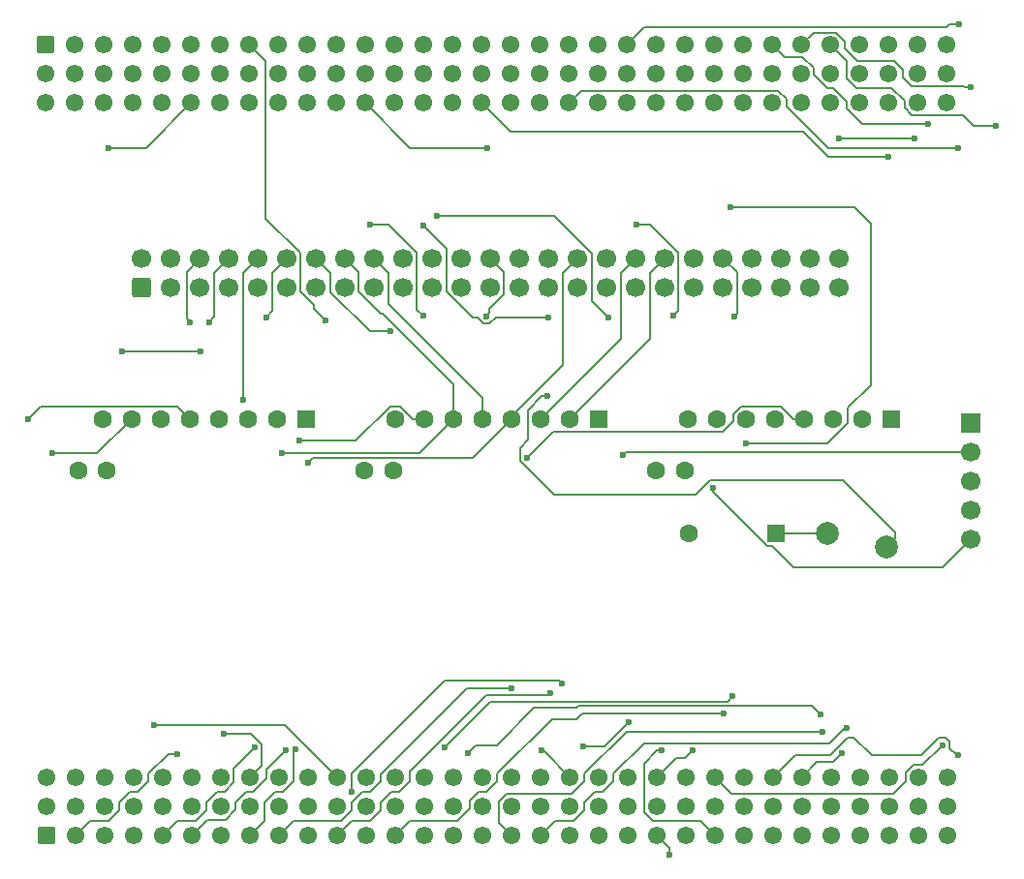
<source format=gbr>
%TF.GenerationSoftware,KiCad,Pcbnew,9.0.6*%
%TF.CreationDate,2025-12-23T22:05:24+01:00*%
%TF.ProjectId,MVME712M_P2_Adapter,4d564d45-3731-4324-9d5f-50325f416461,rev?*%
%TF.SameCoordinates,Original*%
%TF.FileFunction,Copper,L1,Top*%
%TF.FilePolarity,Positive*%
%FSLAX46Y46*%
G04 Gerber Fmt 4.6, Leading zero omitted, Abs format (unit mm)*
G04 Created by KiCad (PCBNEW 9.0.6) date 2025-12-23 22:05:24*
%MOMM*%
%LPD*%
G01*
G04 APERTURE LIST*
G04 Aperture macros list*
%AMRoundRect*
0 Rectangle with rounded corners*
0 $1 Rounding radius*
0 $2 $3 $4 $5 $6 $7 $8 $9 X,Y pos of 4 corners*
0 Add a 4 corners polygon primitive as box body*
4,1,4,$2,$3,$4,$5,$6,$7,$8,$9,$2,$3,0*
0 Add four circle primitives for the rounded corners*
1,1,$1+$1,$2,$3*
1,1,$1+$1,$4,$5*
1,1,$1+$1,$6,$7*
1,1,$1+$1,$8,$9*
0 Add four rect primitives between the rounded corners*
20,1,$1+$1,$2,$3,$4,$5,0*
20,1,$1+$1,$4,$5,$6,$7,0*
20,1,$1+$1,$6,$7,$8,$9,0*
20,1,$1+$1,$8,$9,$2,$3,0*%
G04 Aperture macros list end*
%TA.AperFunction,ComponentPad*%
%ADD10RoundRect,0.250000X0.600000X-0.600000X0.600000X0.600000X-0.600000X0.600000X-0.600000X-0.600000X0*%
%TD*%
%TA.AperFunction,ComponentPad*%
%ADD11C,1.700000*%
%TD*%
%TA.AperFunction,ComponentPad*%
%ADD12C,2.010000*%
%TD*%
%TA.AperFunction,ComponentPad*%
%ADD13C,1.600000*%
%TD*%
%TA.AperFunction,ComponentPad*%
%ADD14R,1.600000X1.600000*%
%TD*%
%TA.AperFunction,ComponentPad*%
%ADD15R,1.700000X1.700000*%
%TD*%
%TA.AperFunction,ComponentPad*%
%ADD16RoundRect,0.250000X0.550000X0.550000X-0.550000X0.550000X-0.550000X-0.550000X0.550000X-0.550000X0*%
%TD*%
%TA.AperFunction,ComponentPad*%
%ADD17RoundRect,0.249999X-0.525001X-0.525001X0.525001X-0.525001X0.525001X0.525001X-0.525001X0.525001X0*%
%TD*%
%TA.AperFunction,ComponentPad*%
%ADD18C,1.550000*%
%TD*%
%TA.AperFunction,ComponentPad*%
%ADD19RoundRect,0.249999X-0.525001X0.525001X-0.525001X-0.525001X0.525001X-0.525001X0.525001X0.525001X0*%
%TD*%
%TA.AperFunction,ViaPad*%
%ADD20C,0.600000*%
%TD*%
%TA.AperFunction,Conductor*%
%ADD21C,0.200000*%
%TD*%
G04 APERTURE END LIST*
D10*
%TO.P,J3,1,Pin_1*%
%TO.N,GND*%
X54040000Y-60500000D03*
D11*
%TO.P,J3,2,Pin_2*%
%TO.N,DB0*%
X54040000Y-57960000D03*
%TO.P,J3,3,Pin_3*%
%TO.N,GND*%
X56580000Y-60500000D03*
%TO.P,J3,4,Pin_4*%
%TO.N,DB1*%
X56580000Y-57960000D03*
%TO.P,J3,5,Pin_5*%
%TO.N,GND*%
X59120000Y-60500000D03*
%TO.P,J3,6,Pin_6*%
%TO.N,DB2*%
X59120000Y-57960000D03*
%TO.P,J3,7,Pin_7*%
%TO.N,GND*%
X61660000Y-60500000D03*
%TO.P,J3,8,Pin_8*%
%TO.N,DB3*%
X61660000Y-57960000D03*
%TO.P,J3,9,Pin_9*%
%TO.N,GND*%
X64200000Y-60500000D03*
%TO.P,J3,10,Pin_10*%
%TO.N,DB4*%
X64200000Y-57960000D03*
%TO.P,J3,11,Pin_11*%
%TO.N,GND*%
X66740000Y-60500000D03*
%TO.P,J3,12,Pin_12*%
%TO.N,DB5*%
X66740000Y-57960000D03*
%TO.P,J3,13,Pin_13*%
%TO.N,GND*%
X69280000Y-60500000D03*
%TO.P,J3,14,Pin_14*%
%TO.N,DB6*%
X69280000Y-57960000D03*
%TO.P,J3,15,Pin_15*%
%TO.N,GND*%
X71820000Y-60500000D03*
%TO.P,J3,16,Pin_16*%
%TO.N,DB7*%
X71820000Y-57960000D03*
%TO.P,J3,17,Pin_17*%
%TO.N,GND*%
X74360000Y-60500000D03*
%TO.P,J3,18,Pin_18*%
%TO.N,DBP*%
X74360000Y-57960000D03*
%TO.P,J3,19,Pin_19*%
%TO.N,GND*%
X76900000Y-60500000D03*
%TO.P,J3,20,Pin_20*%
X76900000Y-57960000D03*
%TO.P,J3,21,Pin_21*%
X79440000Y-60500000D03*
%TO.P,J3,22,Pin_22*%
X79440000Y-57960000D03*
%TO.P,J3,23,Pin_23*%
X81980000Y-60500000D03*
%TO.P,J3,24,Pin_24*%
X81980000Y-57960000D03*
%TO.P,J3,25,Pin_25*%
%TO.N,unconnected-(J3-Pin_25-Pad25)*%
X84520000Y-60500000D03*
%TO.P,J3,26,Pin_26*%
%TO.N,TERMPWR*%
X84520000Y-57960000D03*
%TO.P,J3,27,Pin_27*%
%TO.N,GND*%
X87060000Y-60500000D03*
%TO.P,J3,28,Pin_28*%
X87060000Y-57960000D03*
%TO.P,J3,29,Pin_29*%
X89600000Y-60500000D03*
%TO.P,J3,30,Pin_30*%
X89600000Y-57960000D03*
%TO.P,J3,31,Pin_31*%
X92140000Y-60500000D03*
%TO.P,J3,32,Pin_32*%
%TO.N,ATN*%
X92140000Y-57960000D03*
%TO.P,J3,33,Pin_33*%
%TO.N,GND*%
X94680000Y-60500000D03*
%TO.P,J3,34,Pin_34*%
X94680000Y-57960000D03*
%TO.P,J3,35,Pin_35*%
X97220000Y-60500000D03*
%TO.P,J3,36,Pin_36*%
%TO.N,BSY*%
X97220000Y-57960000D03*
%TO.P,J3,37,Pin_37*%
%TO.N,GND*%
X99760000Y-60500000D03*
%TO.P,J3,38,Pin_38*%
%TO.N,ACK*%
X99760000Y-57960000D03*
%TO.P,J3,39,Pin_39*%
%TO.N,GND*%
X102300000Y-60500000D03*
%TO.P,J3,40,Pin_40*%
%TO.N,RST*%
X102300000Y-57960000D03*
%TO.P,J3,41,Pin_41*%
%TO.N,GND*%
X104840000Y-60500000D03*
%TO.P,J3,42,Pin_42*%
%TO.N,MSG*%
X104840000Y-57960000D03*
%TO.P,J3,43,Pin_43*%
%TO.N,GND*%
X107380000Y-60500000D03*
%TO.P,J3,44,Pin_44*%
%TO.N,SEL*%
X107380000Y-57960000D03*
%TO.P,J3,45,Pin_45*%
%TO.N,GND*%
X109920000Y-60500000D03*
%TO.P,J3,46,Pin_46*%
%TO.N,D{slash}C*%
X109920000Y-57960000D03*
%TO.P,J3,47,Pin_47*%
%TO.N,GND*%
X112460000Y-60500000D03*
%TO.P,J3,48,Pin_48*%
%TO.N,REQ*%
X112460000Y-57960000D03*
%TO.P,J3,49,Pin_49*%
%TO.N,GND*%
X115000000Y-60500000D03*
%TO.P,J3,50,Pin_50*%
%TO.N,O{slash}I*%
X115000000Y-57960000D03*
%TD*%
D12*
%TO.P,F1,1*%
%TO.N,DPWR*%
X114000000Y-82000000D03*
%TO.P,F1,2*%
%TO.N,TERMPWR*%
X119100000Y-83200000D03*
%TD*%
D13*
%TO.P,C2,1*%
%TO.N,DPWR*%
X76000000Y-76500000D03*
%TO.P,C2,2*%
%TO.N,GND*%
X73500000Y-76500000D03*
%TD*%
D14*
%TO.P,RN2,1,COM1*%
%TO.N,GND*%
X93987000Y-72000000D03*
D13*
%TO.P,RN2,2,R1*%
%TO.N,ACK*%
X91447000Y-72000000D03*
%TO.P,RN2,3,R2*%
%TO.N,BSY*%
X88907000Y-72000000D03*
%TO.P,RN2,4,R3*%
%TO.N,ATN*%
X86367000Y-72000000D03*
%TO.P,RN2,5,R4*%
%TO.N,DBP*%
X83827000Y-72000000D03*
%TO.P,RN2,6,R5*%
%TO.N,DB7*%
X81287000Y-72000000D03*
%TO.P,RN2,7,R6*%
%TO.N,DB6*%
X78747000Y-72000000D03*
%TO.P,RN2,8,COM2*%
%TO.N,DPWR*%
X76207000Y-72000000D03*
%TD*%
%TO.P,C1,1*%
%TO.N,DPWR*%
X51000000Y-76500000D03*
%TO.P,C1,2*%
%TO.N,GND*%
X48500000Y-76500000D03*
%TD*%
%TO.P,C3,1*%
%TO.N,DPWR*%
X101500000Y-76500000D03*
%TO.P,C3,2*%
%TO.N,GND*%
X99000000Y-76500000D03*
%TD*%
D15*
%TO.P,J1,1,Pin_1*%
%TO.N,GND*%
X126500000Y-72340000D03*
D11*
%TO.P,J1,2,Pin_2*%
%TO.N,TXD1*%
X126500000Y-74880000D03*
%TO.P,J1,3,Pin_3*%
%TO.N,RXD1*%
X126500000Y-77420000D03*
%TO.P,J1,4,Pin_4*%
%TO.N,CTS1*%
X126500000Y-79960000D03*
%TO.P,J1,5,Pin_5*%
%TO.N,RTS1*%
X126500000Y-82500000D03*
%TD*%
D14*
%TO.P,RN1,1,COM1*%
%TO.N,GND*%
X119577000Y-72000000D03*
D13*
%TO.P,RN1,2,R1*%
%TO.N,O{slash}I*%
X117037000Y-72000000D03*
%TO.P,RN1,3,R2*%
%TO.N,REQ*%
X114497000Y-72000000D03*
%TO.P,RN1,4,R3*%
%TO.N,D{slash}C*%
X111957000Y-72000000D03*
%TO.P,RN1,5,R4*%
%TO.N,SEL*%
X109417000Y-72000000D03*
%TO.P,RN1,6,R5*%
%TO.N,MSG*%
X106877000Y-72000000D03*
%TO.P,RN1,7,R6*%
%TO.N,RST*%
X104337000Y-72000000D03*
%TO.P,RN1,8,COM2*%
%TO.N,DPWR*%
X101797000Y-72000000D03*
%TD*%
D14*
%TO.P,RN3,1,COM1*%
%TO.N,GND*%
X68397000Y-72000000D03*
D13*
%TO.P,RN3,2,R1*%
%TO.N,DB5*%
X65857000Y-72000000D03*
%TO.P,RN3,3,R2*%
%TO.N,DB4*%
X63317000Y-72000000D03*
%TO.P,RN3,4,R3*%
%TO.N,DB3*%
X60777000Y-72000000D03*
%TO.P,RN3,5,R4*%
%TO.N,DB2*%
X58237000Y-72000000D03*
%TO.P,RN3,6,R5*%
%TO.N,DB1*%
X55697000Y-72000000D03*
%TO.P,RN3,7,R6*%
%TO.N,DB0*%
X53157000Y-72000000D03*
%TO.P,RN3,8,COM2*%
%TO.N,DPWR*%
X50617000Y-72000000D03*
%TD*%
D16*
%TO.P,D1,1,K*%
%TO.N,DPWR*%
X109500000Y-82000000D03*
D13*
%TO.P,D1,2,A*%
%TO.N,VCC*%
X101880000Y-82000000D03*
%TD*%
D17*
%TO.P,P2,a1,Pin_a1*%
%TO.N,DB0*%
X45727000Y-108396000D03*
D18*
%TO.P,P2,a2,Pin_a2*%
%TO.N,DB1*%
X48267000Y-108396000D03*
%TO.P,P2,a3,Pin_a3*%
%TO.N,DB2*%
X50807000Y-108396000D03*
%TO.P,P2,a4,Pin_a4*%
%TO.N,DB3*%
X53347000Y-108396000D03*
%TO.P,P2,a5,Pin_a5*%
%TO.N,DB4*%
X55887000Y-108396000D03*
%TO.P,P2,a6,Pin_a6*%
%TO.N,DB5*%
X58427000Y-108396000D03*
%TO.P,P2,a7,Pin_a7*%
%TO.N,DB6*%
X60967000Y-108396000D03*
%TO.P,P2,a8,Pin_a8*%
%TO.N,DB7*%
X63507000Y-108396000D03*
%TO.P,P2,a9,Pin_a9*%
%TO.N,DBP*%
X66047000Y-108396000D03*
%TO.P,P2,a10,Pin_a10*%
%TO.N,ATN*%
X68587000Y-108396000D03*
%TO.P,P2,a11,Pin_a11*%
%TO.N,BSY*%
X71127000Y-108396000D03*
%TO.P,P2,a12,Pin_a12*%
%TO.N,ACK*%
X73667000Y-108396000D03*
%TO.P,P2,a13,Pin_a13*%
%TO.N,RST*%
X76207000Y-108396000D03*
%TO.P,P2,a14,Pin_a14*%
%TO.N,MSG*%
X78747000Y-108396000D03*
%TO.P,P2,a15,Pin_a15*%
%TO.N,SEL*%
X81287000Y-108396000D03*
%TO.P,P2,a16,Pin_a16*%
%TO.N,D{slash}C*%
X83827000Y-108396000D03*
%TO.P,P2,a17,Pin_a17*%
%TO.N,REQ*%
X86367000Y-108396000D03*
%TO.P,P2,a18,Pin_a18*%
%TO.N,O{slash}I*%
X88907000Y-108396000D03*
%TO.P,P2,a19,Pin_a19*%
%TO.N,TXD3*%
X91447000Y-108396000D03*
%TO.P,P2,a20,Pin_a20*%
%TO.N,RXD3*%
X93987000Y-108396000D03*
%TO.P,P2,a21,Pin_a21*%
%TO.N,RTS3*%
X96527000Y-108396000D03*
%TO.P,P2,a22,Pin_a22*%
%TO.N,CTS3*%
X99067000Y-108396000D03*
%TO.P,P2,a23,Pin_a23*%
%TO.N,DTR3*%
X101607000Y-108396000D03*
%TO.P,P2,a24,Pin_a24*%
%TO.N,DCD3*%
X104147000Y-108396000D03*
%TO.P,P2,a25,Pin_a25*%
%TO.N,TXD4*%
X106687000Y-108396000D03*
%TO.P,P2,a26,Pin_a26*%
%TO.N,RXD4*%
X109227000Y-108396000D03*
%TO.P,P2,a27,Pin_a27*%
%TO.N,RTS4*%
X111767000Y-108396000D03*
%TO.P,P2,a28,Pin_a28*%
%TO.N,TRXC4*%
X114307000Y-108396000D03*
%TO.P,P2,a29,Pin_a29*%
%TO.N,CTS4*%
X116847000Y-108396000D03*
%TO.P,P2,a30,Pin_a30*%
%TO.N,DTR4*%
X119387000Y-108396000D03*
%TO.P,P2,a31,Pin_a31*%
%TO.N,DCD4*%
X121927000Y-108396000D03*
%TO.P,P2,a32,Pin_a32*%
%TO.N,RTXC4*%
X124467000Y-108396000D03*
%TO.P,P2,b1,Pin_b1*%
%TO.N,VCC*%
X45727000Y-105856000D03*
%TO.P,P2,b2,Pin_b2*%
%TO.N,GND*%
X48267000Y-105856000D03*
%TO.P,P2,b3,Pin_b3*%
%TO.N,unconnected-(P2B-Pin_b3-Padb3)*%
X50807000Y-105856000D03*
%TO.P,P2,b4,Pin_b4*%
%TO.N,unconnected-(P2B-Pin_b4-Padb4)*%
X53347000Y-105856000D03*
%TO.P,P2,b5,Pin_b5*%
%TO.N,unconnected-(P2B-Pin_b5-Padb5)*%
X55887000Y-105856000D03*
%TO.P,P2,b6,Pin_b6*%
%TO.N,unconnected-(P2B-Pin_b6-Padb6)*%
X58427000Y-105856000D03*
%TO.P,P2,b7,Pin_b7*%
%TO.N,unconnected-(P2B-Pin_b7-Padb7)*%
X60967000Y-105856000D03*
%TO.P,P2,b8,Pin_b8*%
%TO.N,unconnected-(P2B-Pin_b8-Padb8)*%
X63507000Y-105856000D03*
%TO.P,P2,b9,Pin_b9*%
%TO.N,unconnected-(P2B-Pin_b9-Padb9)*%
X66047000Y-105856000D03*
%TO.P,P2,b10,Pin_b10*%
%TO.N,unconnected-(P2B-Pin_b10-Padb10)*%
X68587000Y-105856000D03*
%TO.P,P2,b11,Pin_b11*%
%TO.N,unconnected-(P2B-Pin_b11-Padb11)*%
X71127000Y-105856000D03*
%TO.P,P2,b12,Pin_b12*%
%TO.N,GND*%
X73667000Y-105856000D03*
%TO.P,P2,b13,Pin_b13*%
%TO.N,VCC*%
X76207000Y-105856000D03*
%TO.P,P2,b14,Pin_b14*%
%TO.N,unconnected-(P2B-Pin_b14-Padb14)*%
X78747000Y-105856000D03*
%TO.P,P2,b15,Pin_b15*%
%TO.N,unconnected-(P2B-Pin_b15-Padb15)*%
X81287000Y-105856000D03*
%TO.P,P2,b16,Pin_b16*%
%TO.N,unconnected-(P2B-Pin_b16-Padb16)*%
X83827000Y-105856000D03*
%TO.P,P2,b17,Pin_b17*%
%TO.N,unconnected-(P2B-Pin_b17-Padb17)*%
X86367000Y-105856000D03*
%TO.P,P2,b18,Pin_b18*%
%TO.N,unconnected-(P2B-Pin_b18-Padb18)*%
X88907000Y-105856000D03*
%TO.P,P2,b19,Pin_b19*%
%TO.N,unconnected-(P2B-Pin_b19-Padb19)*%
X91447000Y-105856000D03*
%TO.P,P2,b20,Pin_b20*%
%TO.N,unconnected-(P2B-Pin_b20-Padb20)*%
X93987000Y-105856000D03*
%TO.P,P2,b21,Pin_b21*%
%TO.N,unconnected-(P2B-Pin_b21-Padb21)*%
X96527000Y-105856000D03*
%TO.P,P2,b22,Pin_b22*%
%TO.N,GND*%
X99067000Y-105856000D03*
%TO.P,P2,b23,Pin_b23*%
%TO.N,unconnected-(P2B-Pin_b23-Padb23)*%
X101607000Y-105856000D03*
%TO.P,P2,b24,Pin_b24*%
%TO.N,unconnected-(P2B-Pin_b24-Padb24)*%
X104147000Y-105856000D03*
%TO.P,P2,b25,Pin_b25*%
%TO.N,unconnected-(P2B-Pin_b25-Padb25)*%
X106687000Y-105856000D03*
%TO.P,P2,b26,Pin_b26*%
%TO.N,unconnected-(P2B-Pin_b26-Padb26)*%
X109227000Y-105856000D03*
%TO.P,P2,b27,Pin_b27*%
%TO.N,unconnected-(P2B-Pin_b27-Padb27)*%
X111767000Y-105856000D03*
%TO.P,P2,b28,Pin_b28*%
%TO.N,unconnected-(P2B-Pin_b28-Padb28)*%
X114307000Y-105856000D03*
%TO.P,P2,b29,Pin_b29*%
%TO.N,unconnected-(P2B-Pin_b29-Padb29)*%
X116847000Y-105856000D03*
%TO.P,P2,b30,Pin_b30*%
%TO.N,unconnected-(P2B-Pin_b30-Padb30)*%
X119387000Y-105856000D03*
%TO.P,P2,b31,Pin_b31*%
%TO.N,GND*%
X121927000Y-105856000D03*
%TO.P,P2,b32,Pin_b32*%
%TO.N,VCC*%
X124467000Y-105856000D03*
%TO.P,P2,c1,Pin_c1*%
%TO.N,C-*%
X45727000Y-103316000D03*
%TO.P,P2,c2,Pin_c2*%
%TO.N,C+*%
X48267000Y-103316000D03*
%TO.P,P2,c3,Pin_c3*%
%TO.N,T-*%
X50807000Y-103316000D03*
%TO.P,P2,c4,Pin_c4*%
%TO.N,T+*%
X53347000Y-103316000D03*
%TO.P,P2,c5,Pin_c5*%
%TO.N,R-*%
X55887000Y-103316000D03*
%TO.P,P2,c6,Pin_c6*%
%TO.N,R+*%
X58427000Y-103316000D03*
%TO.P,P2,c7,Pin_c7*%
%TO.N,+12VF*%
X60967000Y-103316000D03*
%TO.P,P2,c8,Pin_c8*%
%TO.N,PRSTB*%
X63507000Y-103316000D03*
%TO.P,P2,c9,Pin_c9*%
%TO.N,PRD0*%
X66047000Y-103316000D03*
%TO.P,P2,c10,Pin_c10*%
%TO.N,PRD1*%
X68587000Y-103316000D03*
%TO.P,P2,c11,Pin_c11*%
%TO.N,PRD2*%
X71127000Y-103316000D03*
%TO.P,P2,c12,Pin_c12*%
%TO.N,PRD3*%
X73667000Y-103316000D03*
%TO.P,P2,c13,Pin_c13*%
%TO.N,PRD4*%
X76207000Y-103316000D03*
%TO.P,P2,c14,Pin_c14*%
%TO.N,PRD5*%
X78747000Y-103316000D03*
%TO.P,P2,c15,Pin_c15*%
%TO.N,PRD6*%
X81287000Y-103316000D03*
%TO.P,P2,c16,Pin_c16*%
%TO.N,PRD7*%
X83827000Y-103316000D03*
%TO.P,P2,c17,Pin_c17*%
%TO.N,PRACK*%
X86367000Y-103316000D03*
%TO.P,P2,c18,Pin_c18*%
%TO.N,PRBSY*%
X88907000Y-103316000D03*
%TO.P,P2,c19,Pin_c19*%
%TO.N,PRPE*%
X91447000Y-103316000D03*
%TO.P,P2,c20,Pin_c20*%
%TO.N,PRSEL*%
X93987000Y-103316000D03*
%TO.P,P2,c21,Pin_c21*%
%TO.N,INPRIME*%
X96527000Y-103316000D03*
%TO.P,P2,c22,Pin_c22*%
%TO.N,PRFAULT*%
X99067000Y-103316000D03*
%TO.P,P2,c23,Pin_c23*%
%TO.N,TXD1*%
X101607000Y-103316000D03*
%TO.P,P2,c24,Pin_c24*%
%TO.N,RXD1*%
X104147000Y-103316000D03*
%TO.P,P2,c25,Pin_c25*%
%TO.N,RTS1*%
X106687000Y-103316000D03*
%TO.P,P2,c26,Pin_c26*%
%TO.N,CTS1*%
X109227000Y-103316000D03*
%TO.P,P2,c27,Pin_c27*%
%TO.N,TXD2*%
X111767000Y-103316000D03*
%TO.P,P2,c28,Pin_c28*%
%TO.N,RXD2*%
X114307000Y-103316000D03*
%TO.P,P2,c29,Pin_c29*%
%TO.N,RTS2*%
X116847000Y-103316000D03*
%TO.P,P2,c30,Pin_c30*%
%TO.N,CTS2*%
X119387000Y-103316000D03*
%TO.P,P2,c31,Pin_c31*%
%TO.N,DTR2*%
X121927000Y-103316000D03*
%TO.P,P2,c32,Pin_c32*%
%TO.N,DCD2*%
X124467000Y-103316000D03*
%TD*%
D19*
%TO.P,J2,a1,Pin_a1*%
%TO.N,C-*%
X45630000Y-39260000D03*
D18*
%TO.P,J2,a2,Pin_a2*%
%TO.N,T-*%
X48170000Y-39260000D03*
%TO.P,J2,a3,Pin_a3*%
%TO.N,R-*%
X50710000Y-39260000D03*
%TO.P,J2,a4,Pin_a4*%
%TO.N,+12VF*%
X53250000Y-39260000D03*
%TO.P,J2,a5,Pin_a5*%
%TO.N,GND*%
X55790000Y-39260000D03*
%TO.P,J2,a6,Pin_a6*%
%TO.N,PRD1*%
X58330000Y-39260000D03*
%TO.P,J2,a7,Pin_a7*%
%TO.N,PRD3*%
X60870000Y-39260000D03*
%TO.P,J2,a8,Pin_a8*%
%TO.N,PRD5*%
X63410000Y-39260000D03*
%TO.P,J2,a9,Pin_a9*%
%TO.N,PRD7*%
X65950000Y-39260000D03*
%TO.P,J2,a10,Pin_a10*%
%TO.N,PRACK*%
X68490000Y-39260000D03*
%TO.P,J2,a11,Pin_a11*%
%TO.N,PRBSY*%
X71030000Y-39260000D03*
%TO.P,J2,a12,Pin_a12*%
%TO.N,PRSEL*%
X73570000Y-39260000D03*
%TO.P,J2,a13,Pin_a13*%
%TO.N,PRFAULT*%
X76110000Y-39260000D03*
%TO.P,J2,a14,Pin_a14*%
%TO.N,TXD3*%
X78650000Y-39260000D03*
%TO.P,J2,a15,Pin_a15*%
%TO.N,RXD3*%
X81190000Y-39260000D03*
%TO.P,J2,a16,Pin_a16*%
%TO.N,RTS3*%
X83730000Y-39260000D03*
%TO.P,J2,a17,Pin_a17*%
%TO.N,DTR3*%
X86270000Y-39260000D03*
%TO.P,J2,a18,Pin_a18*%
%TO.N,GND*%
X88810000Y-39260000D03*
%TO.P,J2,a19,Pin_a19*%
X91350000Y-39260000D03*
%TO.P,J2,a20,Pin_a20*%
X93890000Y-39260000D03*
%TO.P,J2,a21,Pin_a21*%
%TO.N,CTS1*%
X96430000Y-39260000D03*
%TO.P,J2,a22,Pin_a22*%
%TO.N,TXD4*%
X98970000Y-39260000D03*
%TO.P,J2,a23,Pin_a23*%
%TO.N,RXD4*%
X101510000Y-39260000D03*
%TO.P,J2,a24,Pin_a24*%
%TO.N,RTS4*%
X104050000Y-39260000D03*
%TO.P,J2,a25,Pin_a25*%
%TO.N,TRXC4*%
X106590000Y-39260000D03*
%TO.P,J2,a26,Pin_a26*%
%TO.N,CTS4*%
X109130000Y-39260000D03*
%TO.P,J2,a27,Pin_a27*%
%TO.N,DCD4*%
X111670000Y-39260000D03*
%TO.P,J2,a28,Pin_a28*%
%TO.N,RTXC4*%
X114210000Y-39260000D03*
%TO.P,J2,a29,Pin_a29*%
%TO.N,TXD2*%
X116750000Y-39260000D03*
%TO.P,J2,a30,Pin_a30*%
%TO.N,RXD2*%
X119290000Y-39260000D03*
%TO.P,J2,a31,Pin_a31*%
%TO.N,RTS2*%
X121830000Y-39260000D03*
%TO.P,J2,a32,Pin_a32*%
%TO.N,DTR2*%
X124370000Y-39260000D03*
%TO.P,J2,b1,Pin_b1*%
%TO.N,unconnected-(J2B-Pin_b1-Padb1)*%
X45630000Y-41800000D03*
%TO.P,J2,b2,Pin_b2*%
%TO.N,unconnected-(J2B-Pin_b2-Padb2)*%
X48170000Y-41800000D03*
%TO.P,J2,b3,Pin_b3*%
%TO.N,unconnected-(J2B-Pin_b3-Padb3)*%
X50710000Y-41800000D03*
%TO.P,J2,b4,Pin_b4*%
%TO.N,unconnected-(J2B-Pin_b4-Padb4)*%
X53250000Y-41800000D03*
%TO.P,J2,b5,Pin_b5*%
%TO.N,unconnected-(J2B-Pin_b5-Padb5)*%
X55790000Y-41800000D03*
%TO.P,J2,b6,Pin_b6*%
%TO.N,unconnected-(J2B-Pin_b6-Padb6)*%
X58330000Y-41800000D03*
%TO.P,J2,b7,Pin_b7*%
%TO.N,unconnected-(J2B-Pin_b7-Padb7)*%
X60870000Y-41800000D03*
%TO.P,J2,b8,Pin_b8*%
%TO.N,unconnected-(J2B-Pin_b8-Padb8)*%
X63410000Y-41800000D03*
%TO.P,J2,b9,Pin_b9*%
%TO.N,unconnected-(J2B-Pin_b9-Padb9)*%
X65950000Y-41800000D03*
%TO.P,J2,b10,Pin_b10*%
%TO.N,unconnected-(J2B-Pin_b10-Padb10)*%
X68490000Y-41800000D03*
%TO.P,J2,b11,Pin_b11*%
%TO.N,unconnected-(J2B-Pin_b11-Padb11)*%
X71030000Y-41800000D03*
%TO.P,J2,b12,Pin_b12*%
%TO.N,unconnected-(J2B-Pin_b12-Padb12)*%
X73570000Y-41800000D03*
%TO.P,J2,b13,Pin_b13*%
%TO.N,unconnected-(J2B-Pin_b13-Padb13)*%
X76110000Y-41800000D03*
%TO.P,J2,b14,Pin_b14*%
%TO.N,unconnected-(J2B-Pin_b14-Padb14)*%
X78650000Y-41800000D03*
%TO.P,J2,b15,Pin_b15*%
%TO.N,unconnected-(J2B-Pin_b15-Padb15)*%
X81190000Y-41800000D03*
%TO.P,J2,b16,Pin_b16*%
%TO.N,unconnected-(J2B-Pin_b16-Padb16)*%
X83730000Y-41800000D03*
%TO.P,J2,b17,Pin_b17*%
%TO.N,unconnected-(J2B-Pin_b17-Padb17)*%
X86270000Y-41800000D03*
%TO.P,J2,b18,Pin_b18*%
%TO.N,unconnected-(J2B-Pin_b18-Padb18)*%
X88810000Y-41800000D03*
%TO.P,J2,b19,Pin_b19*%
%TO.N,unconnected-(J2B-Pin_b19-Padb19)*%
X91350000Y-41800000D03*
%TO.P,J2,b20,Pin_b20*%
%TO.N,unconnected-(J2B-Pin_b20-Padb20)*%
X93890000Y-41800000D03*
%TO.P,J2,b21,Pin_b21*%
%TO.N,unconnected-(J2B-Pin_b21-Padb21)*%
X96430000Y-41800000D03*
%TO.P,J2,b22,Pin_b22*%
%TO.N,unconnected-(J2B-Pin_b22-Padb22)*%
X98970000Y-41800000D03*
%TO.P,J2,b23,Pin_b23*%
%TO.N,unconnected-(J2B-Pin_b23-Padb23)*%
X101510000Y-41800000D03*
%TO.P,J2,b24,Pin_b24*%
%TO.N,unconnected-(J2B-Pin_b24-Padb24)*%
X104050000Y-41800000D03*
%TO.P,J2,b25,Pin_b25*%
%TO.N,unconnected-(J2B-Pin_b25-Padb25)*%
X106590000Y-41800000D03*
%TO.P,J2,b26,Pin_b26*%
%TO.N,unconnected-(J2B-Pin_b26-Padb26)*%
X109130000Y-41800000D03*
%TO.P,J2,b27,Pin_b27*%
%TO.N,unconnected-(J2B-Pin_b27-Padb27)*%
X111670000Y-41800000D03*
%TO.P,J2,b28,Pin_b28*%
%TO.N,unconnected-(J2B-Pin_b28-Padb28)*%
X114210000Y-41800000D03*
%TO.P,J2,b29,Pin_b29*%
%TO.N,unconnected-(J2B-Pin_b29-Padb29)*%
X116750000Y-41800000D03*
%TO.P,J2,b30,Pin_b30*%
%TO.N,unconnected-(J2B-Pin_b30-Padb30)*%
X119290000Y-41800000D03*
%TO.P,J2,b31,Pin_b31*%
%TO.N,unconnected-(J2B-Pin_b31-Padb31)*%
X121830000Y-41800000D03*
%TO.P,J2,b32,Pin_b32*%
%TO.N,unconnected-(J2B-Pin_b32-Padb32)*%
X124370000Y-41800000D03*
%TO.P,J2,c1,Pin_c1*%
%TO.N,C+*%
X45630000Y-44340000D03*
%TO.P,J2,c2,Pin_c2*%
%TO.N,T+*%
X48170000Y-44340000D03*
%TO.P,J2,c3,Pin_c3*%
%TO.N,R+*%
X50710000Y-44340000D03*
%TO.P,J2,c4,Pin_c4*%
%TO.N,PRSTB*%
X53250000Y-44340000D03*
%TO.P,J2,c5,Pin_c5*%
%TO.N,PRD0*%
X55790000Y-44340000D03*
%TO.P,J2,c6,Pin_c6*%
%TO.N,PRD2*%
X58330000Y-44340000D03*
%TO.P,J2,c7,Pin_c7*%
%TO.N,PRD4*%
X60870000Y-44340000D03*
%TO.P,J2,c8,Pin_c8*%
%TO.N,PRD6*%
X63410000Y-44340000D03*
%TO.P,J2,c9,Pin_c9*%
%TO.N,GND*%
X65950000Y-44340000D03*
%TO.P,J2,c10,Pin_c10*%
X68490000Y-44340000D03*
%TO.P,J2,c11,Pin_c11*%
%TO.N,PRPE*%
X71030000Y-44340000D03*
%TO.P,J2,c12,Pin_c12*%
%TO.N,INPRIME*%
X73570000Y-44340000D03*
%TO.P,J2,c13,Pin_c13*%
%TO.N,GND*%
X76110000Y-44340000D03*
%TO.P,J2,c14,Pin_c14*%
X78650000Y-44340000D03*
%TO.P,J2,c15,Pin_c15*%
X81190000Y-44340000D03*
%TO.P,J2,c16,Pin_c16*%
%TO.N,CTS3*%
X83730000Y-44340000D03*
%TO.P,J2,c17,Pin_c17*%
%TO.N,DCD3*%
X86270000Y-44340000D03*
%TO.P,J2,c18,Pin_c18*%
%TO.N,TXD1*%
X88810000Y-44340000D03*
%TO.P,J2,c19,Pin_c19*%
%TO.N,RXD1*%
X91350000Y-44340000D03*
%TO.P,J2,c20,Pin_c20*%
%TO.N,RTS1*%
X93890000Y-44340000D03*
%TO.P,J2,c21,Pin_c21*%
%TO.N,GND*%
X96430000Y-44340000D03*
%TO.P,J2,c22,Pin_c22*%
X98970000Y-44340000D03*
%TO.P,J2,c23,Pin_c23*%
X101510000Y-44340000D03*
%TO.P,J2,c24,Pin_c24*%
X104050000Y-44340000D03*
%TO.P,J2,c25,Pin_c25*%
X106590000Y-44340000D03*
%TO.P,J2,c26,Pin_c26*%
%TO.N,DTR4*%
X109130000Y-44340000D03*
%TO.P,J2,c27,Pin_c27*%
%TO.N,GND*%
X111670000Y-44340000D03*
%TO.P,J2,c28,Pin_c28*%
X114210000Y-44340000D03*
%TO.P,J2,c29,Pin_c29*%
X116750000Y-44340000D03*
%TO.P,J2,c30,Pin_c30*%
X119290000Y-44340000D03*
%TO.P,J2,c31,Pin_c31*%
%TO.N,CTS2*%
X121830000Y-44340000D03*
%TO.P,J2,c32,Pin_c32*%
%TO.N,DCD2*%
X124370000Y-44340000D03*
%TD*%
D20*
%TO.N,TERMPWR*%
X89500000Y-70000000D03*
X84175400Y-63000000D03*
%TO.N,INPRIME*%
X84211100Y-48266000D03*
%TO.N,CTS3*%
X100179800Y-110092500D03*
X119306200Y-49058600D03*
%TO.N,DCD4*%
X126500000Y-43000000D03*
%TO.N,TXD2*%
X115250000Y-101250000D03*
%TO.N,RXD1*%
X125373500Y-48266000D03*
X124000000Y-100500000D03*
%TO.N,CTS1*%
X125500000Y-37500000D03*
X125397700Y-101394500D03*
%TO.N,RTS1*%
X104000000Y-78000000D03*
X100522500Y-62979700D03*
X97305000Y-55000000D03*
%TO.N,PRD5*%
X70130200Y-63369800D03*
%TO.N,DCD3*%
X99500000Y-101000000D03*
%TO.N,CTS4*%
X122770000Y-46164900D03*
%TO.N,RTXC4*%
X128719500Y-46365600D03*
%TO.N,PRFAULT*%
X79805200Y-54206800D03*
X102155300Y-101000000D03*
X94846000Y-63118000D03*
%TO.N,PRPE*%
X73974700Y-55000000D03*
X89000000Y-101000000D03*
X78629100Y-62974700D03*
%TO.N,DTR4*%
X115000000Y-47473400D03*
X121557400Y-47473400D03*
%TO.N,PRSEL*%
X96603100Y-98490200D03*
X78690200Y-55067700D03*
X92621900Y-100608300D03*
X89545600Y-63118000D03*
%TO.N,TXD1*%
X96092200Y-75108600D03*
%TO.N,PRD2*%
X55123400Y-98762800D03*
X51179000Y-48266000D03*
%TO.N,PRSTB*%
X61245500Y-99555400D03*
X59162700Y-66088400D03*
X52331300Y-66088400D03*
%TO.N,RTS4*%
X106830100Y-74147200D03*
X105500000Y-53500000D03*
%TO.N,DB3*%
X59948600Y-63500000D03*
%TO.N,ACK*%
X90729900Y-95126200D03*
X72357100Y-104642900D03*
%TO.N,MSG*%
X80509500Y-100673500D03*
X105862600Y-63000000D03*
X105702800Y-96208300D03*
%TO.N,DB7*%
X66323500Y-74999600D03*
X67514600Y-100835400D03*
%TO.N,ATN*%
X68582500Y-75792200D03*
%TO.N,DB1*%
X57110000Y-101272600D03*
%TO.N,DB2*%
X58237000Y-63500000D03*
X44086400Y-72029200D03*
%TO.N,O{slash}I*%
X115650000Y-99000000D03*
%TO.N,BSY*%
X89726400Y-95936800D03*
%TO.N,REQ*%
X113504900Y-99349500D03*
%TO.N,DBP*%
X86327100Y-95531500D03*
%TO.N,D{slash}C*%
X87706700Y-75435200D03*
%TO.N,DB5*%
X64910800Y-63118000D03*
X66644700Y-100921400D03*
%TO.N,DB6*%
X75790300Y-64318700D03*
X67811100Y-73900300D03*
%TO.N,DB0*%
X46209200Y-74999600D03*
%TO.N,RST*%
X104896700Y-97711700D03*
%TO.N,DB4*%
X62907300Y-70355100D03*
X63902000Y-100717000D03*
%TO.N,SEL*%
X113389100Y-97870200D03*
X82542838Y-101205051D03*
%TD*%
D21*
%TO.N,TERMPWR*%
X84520000Y-57960000D02*
X85671700Y-59111700D01*
X115341500Y-77350000D02*
X103730761Y-77350000D01*
X87082700Y-75662000D02*
X87082700Y-74513500D01*
X89004600Y-70000000D02*
X89500000Y-70000000D01*
X103730761Y-77350000D02*
X102433161Y-78647600D01*
X85671700Y-61097900D02*
X84444200Y-62325400D01*
X85671700Y-59111700D02*
X85671700Y-61097900D01*
X90068300Y-78647600D02*
X87082700Y-75662000D01*
X102433161Y-78647600D02*
X90068300Y-78647600D01*
X119887500Y-82412500D02*
X119100000Y-83200000D01*
X84444200Y-62325400D02*
X84444200Y-62731200D01*
X119887500Y-81896000D02*
X115341500Y-77350000D01*
X84444200Y-62731200D02*
X84175400Y-63000000D01*
X119887500Y-81896000D02*
X119887500Y-82412500D01*
X87082700Y-74513500D02*
X87778600Y-73817600D01*
X87778600Y-73817600D02*
X87778600Y-71226000D01*
X87778600Y-71226000D02*
X89004600Y-70000000D01*
%TO.N,DPWR*%
X109500000Y-82000000D02*
X113808500Y-82000000D01*
%TO.N,INPRIME*%
X77496000Y-48266000D02*
X84211100Y-48266000D01*
X73570000Y-44340000D02*
X77496000Y-48266000D01*
%TO.N,CTS3*%
X100179800Y-110092500D02*
X100179800Y-109508800D01*
X100179800Y-109508800D02*
X99067000Y-108396000D01*
X119306200Y-49058600D02*
X114053000Y-49058600D01*
X111860000Y-46865600D02*
X86255600Y-46865600D01*
X114053000Y-49058600D02*
X111860000Y-46865600D01*
X86255600Y-46865600D02*
X83730000Y-44340000D01*
%TO.N,DCD4*%
X119796400Y-40710100D02*
X116608900Y-40710100D01*
X125826400Y-42878100D02*
X121316000Y-42878100D01*
X125948300Y-43000000D02*
X125826400Y-42878100D01*
X115480000Y-39581200D02*
X115480000Y-38964700D01*
X120560000Y-42122100D02*
X120560000Y-41473700D01*
X120560000Y-41473700D02*
X119796400Y-40710100D01*
X116608900Y-40710100D02*
X115480000Y-39581200D01*
X112746700Y-38183300D02*
X111670000Y-39260000D01*
X121316000Y-42878100D02*
X120560000Y-42122100D01*
X114698600Y-38183300D02*
X112746700Y-38183300D01*
X115480000Y-38964700D02*
X114698600Y-38183300D01*
X126500000Y-43000000D02*
X125948300Y-43000000D01*
%TO.N,TXD2*%
X113065300Y-102017700D02*
X114482300Y-102017700D01*
X111767000Y-103316000D02*
X113065300Y-102017700D01*
X114482300Y-102017700D02*
X115250000Y-101250000D01*
%TO.N,RXD1*%
X110400000Y-44017900D02*
X109645400Y-43263300D01*
X92426700Y-43263300D02*
X91350000Y-44340000D01*
X100117300Y-43263300D02*
X92426700Y-43263300D01*
X100157900Y-43303900D02*
X100117300Y-43263300D01*
X120851000Y-103649000D02*
X120851000Y-102870306D01*
X120851000Y-102870306D02*
X121481306Y-102240000D01*
X121481306Y-102240000D02*
X122260000Y-102240000D01*
X125373500Y-48266000D02*
X114023400Y-48266000D01*
X122260000Y-102240000D02*
X124000000Y-100500000D01*
X100656200Y-43303900D02*
X100157900Y-43303900D01*
X105587200Y-104756200D02*
X119743800Y-104756200D01*
X119743800Y-104756200D02*
X120851000Y-103649000D01*
X104147000Y-103316000D02*
X105587200Y-104756200D01*
X110400000Y-44642600D02*
X110400000Y-44017900D01*
X100696800Y-43263300D02*
X100656200Y-43303900D01*
X109645400Y-43263300D02*
X100696800Y-43263300D01*
X114023400Y-48266000D02*
X110400000Y-44642600D01*
%TO.N,CTS1*%
X115730761Y-99850000D02*
X116269239Y-99850000D01*
X116269239Y-99850000D02*
X117813739Y-101394500D01*
X111148500Y-101394500D02*
X114186261Y-101394500D01*
X125500000Y-37500000D02*
X124613100Y-37500000D01*
X122186261Y-101394500D02*
X123730761Y-99850000D01*
X117813739Y-101394500D02*
X122186261Y-101394500D01*
X124381300Y-37731800D02*
X97958200Y-37731800D01*
X124269239Y-99850000D02*
X124650000Y-100230761D01*
X124613100Y-37500000D02*
X124381300Y-37731800D01*
X97958200Y-37731800D02*
X96430000Y-39260000D01*
X123730761Y-99850000D02*
X124269239Y-99850000D01*
X124650000Y-100230761D02*
X124650000Y-100769239D01*
X125275261Y-101394500D02*
X125397700Y-101394500D01*
X109227000Y-103316000D02*
X111148500Y-101394500D01*
X124650000Y-100769239D02*
X125275261Y-101394500D01*
X114186261Y-101394500D02*
X115730761Y-99850000D01*
%TO.N,RTS1*%
X100949300Y-62552900D02*
X100949300Y-57469600D01*
X109101000Y-83101000D02*
X108714840Y-83101000D01*
X126500000Y-82500000D02*
X124000000Y-85000000D01*
X124000000Y-85000000D02*
X111000000Y-85000000D01*
X98479700Y-55000000D02*
X97305000Y-55000000D01*
X100949300Y-57469600D02*
X98479700Y-55000000D01*
X111000000Y-85000000D02*
X109101000Y-83101000D01*
X100522500Y-62979700D02*
X100949300Y-62552900D01*
X104000000Y-78386160D02*
X104000000Y-78000000D01*
X108714840Y-83101000D02*
X104000000Y-78386160D01*
%TO.N,PRD5*%
X67891700Y-60854200D02*
X69075300Y-62037800D01*
X69075300Y-62314900D02*
X70130200Y-63369800D01*
X64862600Y-54453800D02*
X67891700Y-57482900D01*
X67891700Y-57482900D02*
X67891700Y-60854200D01*
X69075300Y-62037800D02*
X69075300Y-62314900D01*
X64862600Y-40712600D02*
X64862600Y-54453800D01*
X63410000Y-39260000D02*
X64862600Y-40712600D01*
%TO.N,DCD3*%
X97961500Y-106368400D02*
X97961500Y-102110500D01*
X102877000Y-107126000D02*
X98719100Y-107126000D01*
X97961500Y-102110500D02*
X99072000Y-101000000D01*
X99072000Y-101000000D02*
X99500000Y-101000000D01*
X98719100Y-107126000D02*
X97961500Y-106368400D01*
X104147000Y-108396000D02*
X102877000Y-107126000D01*
%TO.N,CTS4*%
X112746700Y-41884300D02*
X113932200Y-43069800D01*
X115673300Y-44237300D02*
X115673300Y-44819500D01*
X112746700Y-41289000D02*
X112746700Y-41884300D01*
X111794400Y-40336700D02*
X112746700Y-41289000D01*
X113932200Y-43069800D02*
X114505800Y-43069800D01*
X117018700Y-46164900D02*
X122770000Y-46164900D01*
X115673300Y-44819500D02*
X117018700Y-46164900D01*
X110206700Y-40336700D02*
X111794400Y-40336700D01*
X109130000Y-39260000D02*
X110206700Y-40336700D01*
X114505800Y-43069800D02*
X115673300Y-44237300D01*
%TO.N,RTXC4*%
X120701600Y-44188400D02*
X119583200Y-43070000D01*
X115619300Y-42220200D02*
X115619300Y-40669300D01*
X121364700Y-45449000D02*
X120701600Y-44785900D01*
X116469100Y-43070000D02*
X115619300Y-42220200D01*
X128719500Y-46365600D02*
X126759700Y-46365600D01*
X125843100Y-45449000D02*
X121364700Y-45449000D01*
X126759700Y-46365600D02*
X125843100Y-45449000D01*
X119583200Y-43070000D02*
X116469100Y-43070000D01*
X120701600Y-44785900D02*
X120701600Y-44188400D01*
X115619300Y-40669300D02*
X114210000Y-39260000D01*
%TO.N,PRFAULT*%
X93410000Y-57557300D02*
X90059500Y-54206800D01*
X93410000Y-61682000D02*
X93410000Y-57557300D01*
X100742300Y-101640700D02*
X101514600Y-101640700D01*
X90059500Y-54206800D02*
X79805200Y-54206800D01*
X94846000Y-63118000D02*
X93410000Y-61682000D01*
X99067000Y-103316000D02*
X100742300Y-101640700D01*
X101514600Y-101640700D02*
X102155300Y-101000000D01*
%TO.N,PRPE*%
X78051700Y-62397300D02*
X78051700Y-57469600D01*
X78629100Y-62974700D02*
X78051700Y-62397300D01*
X91447000Y-103316000D02*
X89131000Y-101000000D01*
X75582100Y-55000000D02*
X73974700Y-55000000D01*
X89131000Y-101000000D02*
X89000000Y-101000000D01*
X78051700Y-57469600D02*
X75582100Y-55000000D01*
%TO.N,DTR4*%
X121557400Y-47473400D02*
X115000000Y-47473400D01*
%TO.N,PRSEL*%
X94485000Y-100608300D02*
X96603100Y-98490200D01*
X89545600Y-63118000D02*
X84976639Y-63118000D01*
X83374161Y-63118000D02*
X82962000Y-63118000D01*
X80710000Y-60866000D02*
X80710000Y-57087500D01*
X83906161Y-63650000D02*
X83374161Y-63118000D01*
X80710000Y-57087500D02*
X78690200Y-55067700D01*
X84976639Y-63118000D02*
X84444639Y-63650000D01*
X92621900Y-100608300D02*
X94485000Y-100608300D01*
X84444639Y-63650000D02*
X83906161Y-63650000D01*
X82962000Y-63118000D02*
X80710000Y-60866000D01*
%TO.N,TXD1*%
X96320800Y-74880000D02*
X96092200Y-75108600D01*
X126500000Y-74880000D02*
X96320800Y-74880000D01*
%TO.N,PRD2*%
X51179000Y-48266000D02*
X54404000Y-48266000D01*
X66573800Y-98762800D02*
X71127000Y-103316000D01*
X54404000Y-48266000D02*
X58330000Y-44340000D01*
X55123400Y-98762800D02*
X66573800Y-98762800D01*
%TO.N,PRSTB*%
X63594300Y-99555400D02*
X61245500Y-99555400D01*
X63507000Y-103316000D02*
X64513100Y-102309900D01*
X64513100Y-102309900D02*
X64513100Y-100474200D01*
X64513100Y-100474200D02*
X63594300Y-99555400D01*
X59162700Y-66088400D02*
X52331300Y-66088400D01*
%TO.N,RTS4*%
X115767000Y-71024500D02*
X115767000Y-72321800D01*
X117732700Y-54862200D02*
X117732700Y-69058800D01*
X105500000Y-53500000D02*
X116370500Y-53500000D01*
X116370500Y-53500000D02*
X117732700Y-54862200D01*
X113941600Y-74147200D02*
X106830100Y-74147200D01*
X115767000Y-72321800D02*
X113941600Y-74147200D01*
X117732700Y-69058800D02*
X115767000Y-71024500D01*
%TO.N,DB3*%
X60390000Y-59230000D02*
X60390000Y-63058600D01*
X60390000Y-63058600D02*
X59948600Y-63500000D01*
X61660000Y-57960000D02*
X60390000Y-59230000D01*
%TO.N,ACK*%
X80496800Y-94889900D02*
X72357100Y-103029600D01*
X98490000Y-64957000D02*
X91447000Y-72000000D01*
X99760000Y-57960000D02*
X98490000Y-59230000D01*
X90493600Y-94889900D02*
X80496800Y-94889900D01*
X72357100Y-103029600D02*
X72357100Y-104642900D01*
X98490000Y-59230000D02*
X98490000Y-64957000D01*
X90729900Y-95126200D02*
X90493600Y-94889900D01*
%TO.N,MSG*%
X84474800Y-96708200D02*
X105202900Y-96708200D01*
X105202900Y-96708200D02*
X105702800Y-96208300D01*
X104840000Y-57960000D02*
X106048100Y-59168100D01*
X106048100Y-62814500D02*
X105862600Y-63000000D01*
X106048100Y-59168100D02*
X106048100Y-62814500D01*
X80509500Y-100673500D02*
X84474800Y-96708200D01*
%TO.N,DB7*%
X64777000Y-105533900D02*
X64777000Y-107126000D01*
X75098300Y-62775500D02*
X81287000Y-68964200D01*
X74956300Y-62775500D02*
X75098300Y-62775500D01*
X67317000Y-101033000D02*
X67317000Y-103638100D01*
X65724900Y-104586000D02*
X64777000Y-105533900D01*
X66369100Y-104586000D02*
X65724900Y-104586000D01*
X78290400Y-74996600D02*
X66326500Y-74996600D01*
X81287000Y-72000000D02*
X78290400Y-74996600D01*
X64777000Y-107126000D02*
X63507000Y-108396000D01*
X72971700Y-60790900D02*
X74956300Y-62775500D01*
X67317000Y-103638100D02*
X66369100Y-104586000D01*
X71820000Y-57960000D02*
X72971700Y-59111700D01*
X72971700Y-59111700D02*
X72971700Y-60790900D01*
X66326500Y-74996600D02*
X66323500Y-74999600D01*
X67514600Y-100835400D02*
X67317000Y-101033000D01*
X81287000Y-68964200D02*
X81287000Y-72000000D01*
%TO.N,ATN*%
X90870000Y-59230000D02*
X92140000Y-57960000D01*
X82968700Y-75398300D02*
X68976400Y-75398300D01*
X86367000Y-71786800D02*
X90870000Y-67283800D01*
X68976400Y-75398300D02*
X68582500Y-75792200D01*
X90870000Y-67283800D02*
X90870000Y-59230000D01*
X86367000Y-72000000D02*
X82968700Y-75398300D01*
%TO.N,DB1*%
X49537000Y-107126000D02*
X51129100Y-107126000D01*
X53669100Y-104586000D02*
X54617000Y-103638100D01*
X52077000Y-106178100D02*
X52077000Y-105533900D01*
X54617000Y-103026800D02*
X56371200Y-101272600D01*
X48267000Y-108396000D02*
X49537000Y-107126000D01*
X53024900Y-104586000D02*
X53669100Y-104586000D01*
X52077000Y-105533900D02*
X53024900Y-104586000D01*
X54617000Y-103638100D02*
X54617000Y-103026800D01*
X51129100Y-107126000D02*
X52077000Y-106178100D01*
X56371200Y-101272600D02*
X57110000Y-101272600D01*
%TO.N,DB2*%
X57130600Y-70893600D02*
X58237000Y-72000000D01*
X59120000Y-57960000D02*
X57968300Y-59111700D01*
X44086400Y-72029200D02*
X45222000Y-70893600D01*
X57968300Y-59111700D02*
X57968300Y-63231300D01*
X57968300Y-63231300D02*
X58237000Y-63500000D01*
X45222000Y-70893600D02*
X57130600Y-70893600D01*
%TO.N,O{slash}I*%
X92717000Y-105533900D02*
X93664900Y-104586000D01*
X91769100Y-107126000D02*
X92717000Y-106178100D01*
X114150000Y-100350000D02*
X115500000Y-99000000D01*
X88907000Y-108396000D02*
X90177000Y-107126000D01*
X90177000Y-107126000D02*
X91769100Y-107126000D01*
X93664900Y-104586000D02*
X94309100Y-104586000D01*
X115500000Y-99000000D02*
X115650000Y-99000000D01*
X94309100Y-104586000D02*
X95257000Y-103638100D01*
X92717000Y-106178100D02*
X92717000Y-105533900D01*
X95257000Y-103013400D02*
X97920400Y-100350000D01*
X97920400Y-100350000D02*
X114150000Y-100350000D01*
X95257000Y-103638100D02*
X95257000Y-103013400D01*
%TO.N,BSY*%
X95950000Y-59230000D02*
X97220000Y-57960000D01*
X72397000Y-107126000D02*
X73989100Y-107126000D01*
X76529100Y-104586000D02*
X77477000Y-103638100D01*
X95950000Y-64957000D02*
X95950000Y-59230000D01*
X73989100Y-107126000D02*
X74937000Y-106178100D01*
X74937000Y-106178100D02*
X74937000Y-105533900D01*
X88907000Y-72000000D02*
X95950000Y-64957000D01*
X89530000Y-96133200D02*
X89726400Y-95936800D01*
X77477000Y-102855200D02*
X84199000Y-96133200D01*
X84199000Y-96133200D02*
X89530000Y-96133200D01*
X71127000Y-108396000D02*
X72397000Y-107126000D01*
X75884900Y-104586000D02*
X76529100Y-104586000D01*
X74937000Y-105533900D02*
X75884900Y-104586000D01*
X77477000Y-103638100D02*
X77477000Y-102855200D01*
%TO.N,REQ*%
X85249800Y-105435100D02*
X85249800Y-107278800D01*
X96393000Y-99349500D02*
X92717000Y-103025500D01*
X85905600Y-104779300D02*
X85249800Y-105435100D01*
X92717000Y-103025500D02*
X92717000Y-103635800D01*
X91573500Y-104779300D02*
X85905600Y-104779300D01*
X85249800Y-107278800D02*
X86367000Y-108396000D01*
X92717000Y-103635800D02*
X91573500Y-104779300D01*
X113504900Y-99349500D02*
X96393000Y-99349500D01*
%TO.N,DBP*%
X83827000Y-70133400D02*
X75630000Y-61936400D01*
X72397000Y-106180600D02*
X72397000Y-105533900D01*
X75630000Y-61936400D02*
X75630000Y-59230000D01*
X74937000Y-103050100D02*
X82455500Y-95531600D01*
X86327100Y-95531600D02*
X86327100Y-95531500D01*
X66047000Y-108396000D02*
X67317000Y-107126000D01*
X75630000Y-59230000D02*
X74360000Y-57960000D01*
X67317000Y-107126000D02*
X71451600Y-107126000D01*
X73989100Y-104586000D02*
X74937000Y-103638100D01*
X73344900Y-104586000D02*
X73989100Y-104586000D01*
X83827000Y-72000000D02*
X83827000Y-70133400D01*
X82455500Y-95531600D02*
X86327100Y-95531600D01*
X71451600Y-107126000D02*
X72397000Y-106180600D01*
X74937000Y-103638100D02*
X74937000Y-103050100D01*
X72397000Y-105533900D02*
X73344900Y-104586000D01*
%TO.N,D{slash}C*%
X90040200Y-73101700D02*
X87706700Y-75435200D01*
X110975000Y-72000000D02*
X110975000Y-71999900D01*
X106420700Y-70898300D02*
X105775300Y-71543700D01*
X111957000Y-72000000D02*
X110975000Y-72000000D01*
X105775300Y-72142800D02*
X104816400Y-73101700D01*
X110975000Y-71999900D02*
X109873400Y-70898300D01*
X109873400Y-70898300D02*
X106420700Y-70898300D01*
X104816400Y-73101700D02*
X90040200Y-73101700D01*
X105775300Y-71543700D02*
X105775300Y-72142800D01*
%TO.N,DB5*%
X59794500Y-107028500D02*
X58427000Y-108396000D01*
X62237000Y-106169200D02*
X61377700Y-107028500D01*
X64918600Y-102647500D02*
X64918600Y-103439400D01*
X61377700Y-107028500D02*
X59794500Y-107028500D01*
X65470000Y-62558800D02*
X64910800Y-63118000D01*
X65470000Y-59230000D02*
X65470000Y-62558800D01*
X66644700Y-100921400D02*
X64918600Y-102647500D01*
X63155000Y-104643900D02*
X62237000Y-105561900D01*
X62237000Y-105561900D02*
X62237000Y-106169200D01*
X66740000Y-57960000D02*
X65470000Y-59230000D01*
X63714100Y-104643900D02*
X63155000Y-104643900D01*
X64918600Y-103439400D02*
X63714100Y-104643900D01*
%TO.N,DB6*%
X73974700Y-64318600D02*
X75790300Y-64318600D01*
X78747000Y-72000000D02*
X77765000Y-72000000D01*
X75790300Y-64318600D02*
X75790300Y-64318700D01*
X77765000Y-72000000D02*
X77765000Y-71999900D01*
X72748800Y-73900200D02*
X72748800Y-73900300D01*
X70550000Y-60893900D02*
X73974700Y-64318600D01*
X75750700Y-70898300D02*
X72748800Y-73900200D01*
X77765000Y-71999900D02*
X76663400Y-70898300D01*
X69280000Y-57960000D02*
X70550000Y-59230000D01*
X70550000Y-59230000D02*
X70550000Y-60893900D01*
X72748800Y-73900300D02*
X67811100Y-73900300D01*
X76663400Y-70898300D02*
X75750700Y-70898300D01*
%TO.N,DB0*%
X50157400Y-74999600D02*
X53157000Y-72000000D01*
X46209200Y-74999600D02*
X50157400Y-74999600D01*
%TO.N,RST*%
X85097000Y-103638100D02*
X84149100Y-104586000D01*
X82708800Y-106030500D02*
X81613300Y-107126000D01*
X92009200Y-98226100D02*
X89906200Y-98226100D01*
X83495900Y-104586000D02*
X82708800Y-105373100D01*
X104761500Y-97708600D02*
X104893600Y-97708600D01*
X104761500Y-97708600D02*
X92526700Y-97708600D01*
X92009200Y-98226100D02*
X92526700Y-97708600D01*
X89906200Y-98226100D02*
X85097000Y-103035300D01*
X84149100Y-104586000D02*
X83495900Y-104586000D01*
X77477000Y-107126000D02*
X76207000Y-108396000D01*
X85097000Y-103035300D02*
X85097000Y-103638100D01*
X104893600Y-97708600D02*
X104896700Y-97711700D01*
X81613300Y-107126000D02*
X77477000Y-107126000D01*
X82708800Y-105373100D02*
X82708800Y-106030500D01*
%TO.N,DB4*%
X62044900Y-103797300D02*
X62044900Y-102574100D01*
X62044900Y-102574100D02*
X63902000Y-100717000D01*
X62907300Y-70355100D02*
X62907300Y-59252700D01*
X55887000Y-108396000D02*
X57157000Y-107126000D01*
X60644900Y-104586000D02*
X61256200Y-104586000D01*
X59697000Y-105533900D02*
X60644900Y-104586000D01*
X59697000Y-106178100D02*
X59697000Y-105533900D01*
X62907300Y-59252700D02*
X64200000Y-57960000D01*
X57157000Y-107126000D02*
X58749100Y-107126000D01*
X58749100Y-107126000D02*
X59697000Y-106178100D01*
X61256200Y-104586000D02*
X62044900Y-103797300D01*
%TO.N,SEL*%
X112628800Y-97109900D02*
X113389100Y-97870200D01*
X92213700Y-97109900D02*
X112628800Y-97109900D01*
X88330300Y-97274700D02*
X85105000Y-100500000D01*
X92048900Y-97274700D02*
X88330300Y-97274700D01*
X92048900Y-97274700D02*
X92213700Y-97109900D01*
X83247889Y-100500000D02*
X82542838Y-101205051D01*
X85105000Y-100500000D02*
X83247889Y-100500000D01*
%TD*%
M02*

</source>
